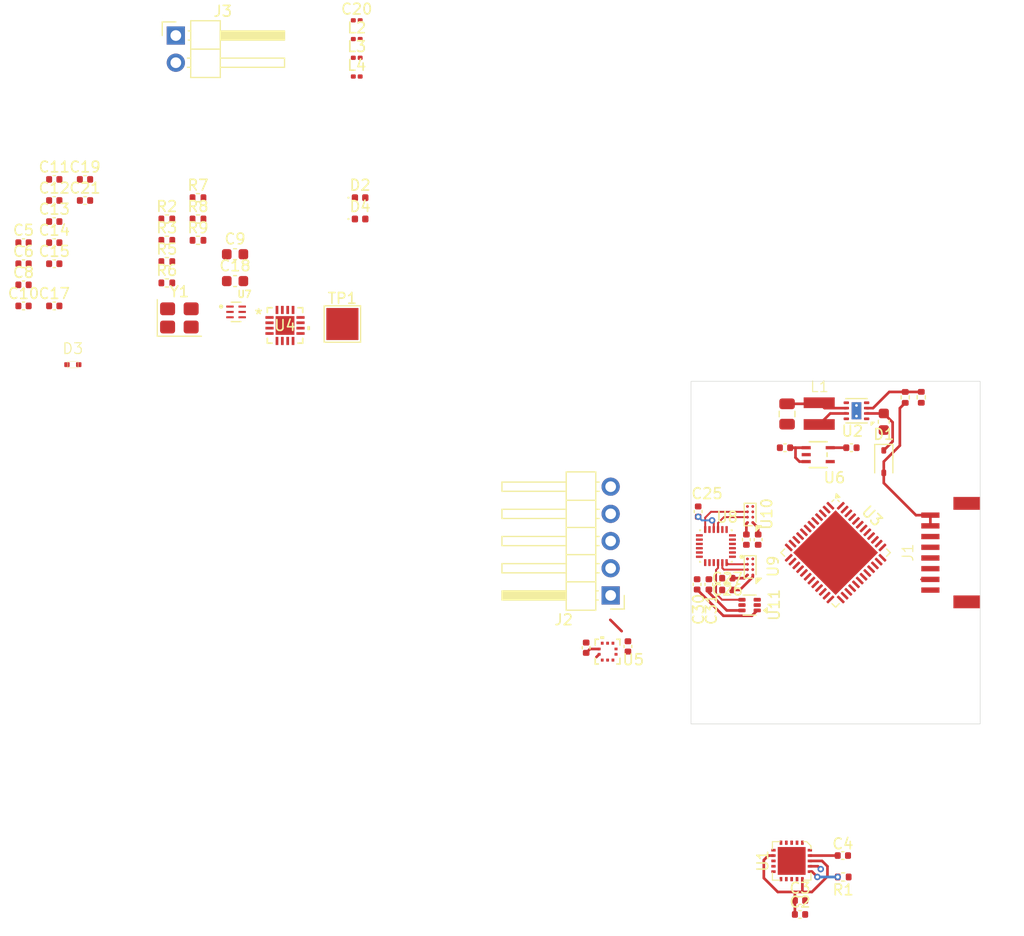
<source format=kicad_pcb>
(kicad_pcb (version 20241229) (generator "pcbnew") (generator_version "9.0")
  (title_block (title "Microdrone flight controller") (date "2025-09-14") (rev "v01") (comment 2 "creativecommons.org/licenses/by/4.0/") (comment 3 "License: CC BY 4.0") (comment 4 "Author: Emil Nordén"))
  (layers (0 "F.Cu" signal) (4 "In1.Cu" signal) (6 "In2.Cu" signal) (2 "B.Cu" signal) (13 "F.Paste" user) (15 "B.Paste" user) (5 "F.SilkS" user "F.Silkscreen") (7 "B.SilkS" user "B.Silkscreen") (1 "F.Mask" user) (3 "B.Mask" user) (25 "Edge.Cuts" user))
  (net 0 "")
  (net 1 "Net-(D1-K)")
  (net 2 "GND")
  (net 3 "+3.3V")
  (net 4 "Net-(U1-DVDD)")
  (net 5 "/NRF24_XC2")
  (net 6 "Net-(U3-VCAP1)")
  (net 7 "/NRF24_VDD_PA")
  (net 8 "/NRF24_XC1")
  (net 9 "/V_Monitor")
  (net 10 "Net-(C14-Pad1)")
  (net 11 "Net-(U4-TXRX)")
  (net 12 "Net-(U4-ANT)")
  (net 13 "+1V8")
  (net 14 "Net-(U8-REGOUT)")
  (net 15 "/BAT+")
  (net 16 "Net-(D2-A)")
  (net 17 "Net-(D3-A)")
  (net 18 "Net-(D4-A)")
  (net 19 "/ESC2")
  (net 20 "/ESC3")
  (net 21 "/ESC1")
  (net 22 "/ESC4")
  (net 23 "/SWDIO")
  (net 24 "/SWCLK")
  (net 25 "/NRST")
  (net 26 "Net-(U2-SW)")
  (net 27 "/NRF24_ANT1")
  (net 28 "/NRF24_ANT2")
  (net 29 "Net-(U1-IREF)")
  (net 30 "/ERROR_LED")
  (net 31 "/STATUS_LED")
  (net 32 "Net-(U3-BOOT0)")
  (net 33 "Net-(U4-TXEN)")
  (net 34 "/NRF24_CE")
  (net 35 "Net-(U4-RXEN)")
  (net 36 "Net-(U2-EN)")
  (net 37 "Net-(U7-OUT)")
  (net 38 "/SPI1_SCK")
  (net 39 "/SPI1_MISO")
  (net 40 "/NRF_IRQ")
  (net 41 "/SPI1_MOSI")
  (net 42 "/NRF24_CSN")
  (net 45 "/BMP390_CS")
  (net 48 "/ICM_INT_3V3")
  (net 52 "/ICM_CS_3V3")
  (net 56 "/BMP390_IRQ")
  (net 71 "/ICM_CS_1V8")
  (net 72 "/ICM_SCK")
  (net 74 "/ICM_MISO")
  (net 78 "/ICM_INT_1V8")
  (net 82 "/ICM_MOSI")
  (footprint "Capacitor_SMD:C_0603_1608Metric" (layer "F.Cu") (at 57.432152 90.635301)
    (property "Reference" "C18")
    (property "Value" "10nF")
  )
  (footprint "Crystal:Crystal_SMD_3225-4Pin_3.2x2.5mm" (layer "F.Cu") (at 52.232152 94.075301)
    (property "Reference" "Y1")
    (property "Value" "Crystal_GND24")
  )
  (footprint "Capacitor_SMD:C_0603_1608Metric" (layer "F.Cu") (at 57.432152 88.125301)
    (property "Reference" "C9")
    (property "Value" "4.7uF")
  )
  (footprint "Capacitor_SMD:C_0402_1005Metric" (layer "F.Cu") (at 40.552152 92.955301)
    (property "Reference" "C17")
    (property "Value" "1uF")
  )
  (footprint "Diode_SMD:D_SOD-323" (layer "F.Cu") (at 118 107.5 -90)
    (property "Reference" "D1")
    (property "Value" "D_Schottky" (hide yes))
  )
  (footprint "digikey-footprints:QFN-20-1EP_4x4mm_RevA" (layer "F.Cu") (at 109.4 144.8 -90)
    (property "Reference" "U1")
    (property "Value" "NRF24L01P-R7")
  )
  (footprint "Capacitor_SMD:C_0805_2012Metric" (layer "F.Cu") (at 108.97 103.05 -90)
    (property "Reference" "C7" (hide yes))
    (property "Value" "22uF")
  )
  (footprint "Connector_PinHeader_2.54mm:PinHeader_1x05_P2.54mm_Horizontal" (layer "F.Cu") (at 92.5 120 180)
    (property "Reference" "J2")
    (property "Value" "Conn_01x05")
  )
  (footprint "Resistor_SMD:R_0402_1005Metric" (layer "F.Cu") (at 120 101.5 90)
    (property "Reference" "R10" (hide yes))
    (property "Value" "100K")
  )
  (footprint "TestPoint:TestPoint_Pad_3.0x3.0mm" (layer "F.Cu") (at 67.452152 94.645301)
    (property "Reference" "TP1")
    (property "Value" "ANT PAD")
  )
  (footprint "Capacitor_SMD:C_0402_1005Metric" (layer "F.Cu") (at 37.682152 92.955301)
    (property "Reference" "C10")
    (property "Value" "2.2nF")
  )
  (footprint "Capacitor_SMD:C_0402_1005Metric" (layer "F.Cu") (at 43.422152 83.105301)
    (property "Reference" "C21")
    (property "Value" "0.1uF")
  )
  (footprint "Capacitor_SMD:C_0402_1005Metric" (layer "F.Cu") (at 90.2126 124.8826 -90)
    (property "Reference" "C16" (hide yes))
    (property "Value" "100nF")
  )
  (footprint "Resistor_SMD:R_0402_1005Metric" (layer "F.Cu") (at 51.062152 90.805301)
    (property "Reference" "R6")
    (property "Value" "20k")
  )
  (footprint "Capacitor_SMD:C_0603_1608Metric" (layer "F.Cu") (at 118 103.775 -90)
    (property "Reference" "C1" (hide yes))
    (property "Value" "10uF")
  )
  (footprint "fclib:JST_SH_ZX-SH1.0-8PWT" (layer "F.Cu") (at 124.25 116 90)
    (property "Reference" "J1")
    (property "Value" "Conn_01x08")
  )
  (footprint "Package_BGA:Texas_DSBGA-8_0.9x1.9mm_Layout2x4_P0.5mm" (layer "F.Cu") (at 105.520906 112.4375 180)
    (property "Reference" "U10")
    (property "Value" "SN74LVC2T45YZP")
  )
  (footprint "MountingHole:MountingHole_3.2mm_M3" (layer "F.Cu") (at 123.5 106)
    (property "Reference" "REF**" (hide yes))
    (property "Value" "MountingHole_3.2mm_M3" (hide yes))
  )
  (footprint "MountingHole:MountingHole_3.2mm_M3" (layer "F.Cu") (at 103.5 126)
    (property "Reference" "REF**" (hide yes))
    (property "Value" "MountingHole_3.2mm_M3" (hide yes))
  )
  (footprint "Package_SON:WSON-8-1EP_2x2mm_P0.5mm_EP0.9x1.6mm_ThermalVias" (layer "F.Cu") (at 115.45 102.75 180)
    (property "Reference" "U2")
    (property "Value" "TPS62162")
  )
  (footprint "Capacitor_SMD:C_0402_1005Metric" (layer "F.Cu") (at 110.18 148.5)
    (property "Reference" "C3")
    (property "Value" "1nF")
  )
  (footprint "Capacitor_SMD:C_0402_1005Metric" (layer "F.Cu") (at 100.570906 118.9675 -90)
    (property "Reference" "C30")
    (property "Value" "0.1uF")
  )
  (footprint "Capacitor_SMD:C_0402_1005Metric" (layer "F.Cu") (at 110.18 149.8)
    (property "Reference" "C2")
    (property "Value" "10nF")
  )
  (footprint "Inductor_SMD:L_0201_0603Metric" (layer "F.Cu") (at 68.792152 71.525301)
    (property "Reference" "L4")
    (property "Value" "2.7nH")
  )
  (footprint "Capacitor_SMD:C_0201_0603Metric" (layer "F.Cu") (at 68.792152 66.275301)
    (property "Reference" "C20")
    (property "Value" "0.3pF")
  )
  (footprint "Capacitor_SMD:C_0402_1005Metric" (layer "F.Cu") (at 37.682152 87.045301)
    (property "Reference" "C5")
    (property "Value" "1uF")
  )
  (footprint "Capacitor_SMD:C_0402_1005Metric" (layer "F.Cu") (at 37.682152 90.985301)
    (property "Reference" "C8")
    (property "Value" "22pF")
  )
  (footprint "Capacitor_SMD:C_0402_1005Metric" (layer "F.Cu") (at 106.270906 114.7875 90)
    (property "Reference" "C28" (hide yes))
    (property "Value" "0.1uF")
  )
  (footprint "Capacitor_SMD:C_0402_1005Metric" (layer "F.Cu") (at 101.670906 118.9675 -90)
    (property "Reference" "C31")
    (property "Value" "0.1uF")
  )
  (footprint "Capacitor_SMD:C_0402_1005Metric" (layer "F.Cu") (at 103.390906 118.3875)
    (property "Reference" "C27")
    (property "Value" "0.1uF")
  )
  (footprint "Resistor_SMD:R_0402_1005Metric" (layer "F.Cu") (at 53.972152 84.835301)
    (property "Reference" "R8")
    (property "Value" "1k")
  )
  (footprint "Resistor_SMD:R_0402_1005Metric" (layer "F.Cu") (at 53.972152 86.825301)
    (property "Reference" "R9")
    (property "Value" "1k")
  )
  (footprint "Capacitor_SMD:C_0402_1005Metric" (layer "F.Cu") (at 94.1126 124.7626 -90)
    (property "Reference" "C24" (hide yes))
    (property "Value" "100nF")
  )
  (footprint "BMP390:10LGA_2X2X0p75_BOS" (layer "F.Cu") (at 92.2126 125.25)
    (property "Reference" "U5")
    (property "Value" "BMP390")
  )
  (footprint "Package_TO_SOT_SMD:SOT-563" (layer "F.Cu") (at 105.470906 120.9 180)
    (property "Reference" "U11")
    (property "Value" "SN74LVC1T45DRL")
  )
  (footprint "2450LP14A0100001T:ICCAF50P160X80X70-6N" (layer "F.Cu") (at 57.527152 93.515301)
    (property "Reference" "U7")
    (property "Value" "2450LP14A0100001T")
  )
  (footprint "fclib:Diode_SMD_SOD-723" (layer "F.Cu") (at 42.287152 98.440301)
    (property "Reference" "D3")
    (property "Value" "D_Schottky")
  )
  (footprint "Resistor_SMD:R_0402_1005Metric" (layer "F.Cu") (at 51.062152 88.815301)
    (property "Reference" "R5")
    (property "Value" "10k")
  )
  (footprint "Capacitor_SMD:C_0402_1005Metric" (layer "F.Cu") (at 43.422152 81.135301)
    (property "Reference" "C19")
    (property "Value" "220pF")
  )
  (footprint "Inductor_SMD:L_0201_0603Metric" (layer "F.Cu") (at 68.792152 69.775301)
    (property "Reference" "L3")
    (property "Value" "3.9nH")
  )
  (footprint "Capacitor_SMD:C_0402_1005Metric" (layer "F.Cu") (at 114.18 144.3 180)
    (property "Reference" "C4")
    (property "Value" "33nF")
  )
  (footprint "Capacitor_SMD:C_0402_1005Metric" (layer "F.Cu") (at 100.670906 112.1675 90)
    (property "Reference" "C25")
    (property "Value" "0.1uF")
  )
  (footprint "Capacitor_SMD:C_0402_1005Metric" (layer "F.Cu") (at 105.170906 114.7875 90)
    (property "Reference" "C29" (hide yes))
    (property "Value" "0.1uF")
  )
  (footprint "Capacitor_SMD:C_0402_1005Metric" (layer "F.Cu") (at 114.98 106.200002 180)
    (property "Reference" "C23" (hide yes))
    (property "Value" "1uF")
  )
  (footprint "Capacitor_SMD:C_0402_1005Metric" (layer "F.Cu") (at 40.552152 87.045301)
    (property "Reference" "C14")
    (property "Value" "1.5pF")
  )
  (footprint "Capacitor_SMD:C_0402_1005Metric" (layer "F.Cu") (at 40.552152 83.105301)
    (property "Reference" "C12")
    (property "Value" "4.7pF")
  )
  (footprint "Package_DFN_QFN:QFN-48-1EP_7x7mm_P0.5mm_EP5.6x5.6mm" (layer "F.Cu") (at 113.5 116 -45)
    (property "Reference" "U3")
    (property "Value" "STM32F411CEUx")
  )
  (footprint "MountingHole:MountingHole_3.2mm_M3" (layer "F.Cu") (at 103.5 106)
    (property "Reference" "REF**" (hide yes))
    (property "Value" "MountingHole_3.2mm_M3" (hide yes))
  )
  (footprint "Capacitor_SMD:C_0402_1005Metric" (layer "F.Cu") (at 40.552152 89.015301)
    (property "Reference" "C15")
    (property "Value" "1.0pF")
  )
  (footprint "Resistor_SMD:R_0402_1005Metric" (layer "F.Cu") (at 121.5 101.49 -90)
    (property "Reference" "R11" (hide yes))
    (property "Value" "1M")
  )
  (footprint "Capacitor_SMD:C_0402_1005Metric" (layer "F.Cu") (at 40.552152 85.075301)
    (property "Reference" "C13")
    (property "Value" "0.1uF")
  )
  (footprint "LED_SMD:LED_0402_1005Metric" (layer "F.Cu") (at 69.107152 82.845301)
    (property "Reference" "D2")
    (property "Value" "LED")
  )
  (footprint "TLV70018:DCK5" (layer "F.Cu") (at 111.878849 106.850001)
    (property "Reference" "U6")
    (property "Value" "TLV70018DCKR")
  )
  (footprint "fclib:Inductor_Coilcraft_XFL3012-222MEC" (layer "F.Cu") (at 111.97 103.015 90)
    (property "Reference" "L1")
    (property "Value" "2.2uH")
  )
  (footprint "Capacitor_SMD:C_0402_1005Metric" (layer "F.Cu") (at 37.682152 89.015301)
    (property "Reference" "C6")
    (property "Value" "10nF")
  )
  (footprint "RFX2401C:RFX2401C_SKY" (layer "F.Cu") (at 62.096152 94.779301)
    (property "Reference" "U4")
    (property "Value" "RFX2401C")
  )
  (footprint "Inductor_SMD:L_0201_0603Metric" (layer "F.Cu") (at 68.792152 68.025301)
    (property "Reference" "L2")
    (property "Value" "8.2nH")
  )
  (footprint "Connector_PinHeader_2.54mm:PinHeader_1x02_P2.54mm_Horizontal" (layer "F.Cu") (at 51.902152 67.695301)
    (property "Reference" "J3")
    (property "Value" "Conn_01x02")
  )
  (footprint "Package_BGA:Texas_DSBGA-8_0.9x1.9mm_Layout2x4_P0.5mm" (layer "F.Cu") (at 105.520906 117.3375 180)
    (property "Reference" "U9")
    (property "Value" "SN74LVC2T45YZP")
  )
  (footprint "Resistor_SMD:R_0402_1005Metric" (layer "F.Cu") (at 51.062152 84.835301)
    (property "Reference" "R2")
    (property "Value" "270")
  )
  (footprint "Resistor_SMD:R_0402_1005Metric" (layer "F.Cu") (at 51.062152 86.825301)
    (property "Reference" "R3")
    (property "Value" "180")
  )
  (footprint "LED_SMD:LED_0402_1005Metric" (layer "F.Cu") (at 69.107152 84.835301)
    (property "Reference" "D4")
    (property "Value" "LED")
  )
  (footprint "Capacitor_SMD:C_0402_1005Metric" (layer "F.Cu") (at 108.777698 106.200002)
    (property "Reference" "C22" (hide yes))
    (property "Value" "1uF")
  )
  (footprint "Resistor_SMD:R_0402_1005Metric" (layer "F.Cu") (at 114.21 146.3)
    (property "Reference" "R1")
    (property "Value" "22k")
  )
  (footprint "ICM_20948:QFN40P300X300X105-24N" (layer "F.Cu") (at 102.325906 115.3875 180)
    (property "Reference" "U8")
    (property "Value" "ICM-20948")
  )
  (footprint "MountingHole:MountingHole_3.2mm_M3" (layer "F.Cu") (at 123.5 126)
    (property "Reference" "REF**" (hide yes))
    (property "Value" "MountingHole_3.2mm_M3" (hide yes))
  )
  (footprint "Capacitor_SMD:C_0402_1005Metric" (layer "F.Cu") (at 103.390906 119.4875)
    (property "Reference" "C26")
    (property "Value" "0.1uF")
  )
  (footprint "Resistor_SMD:R_0402_1005Metric" (layer "F.Cu") (at 53.972152 82.845301)
    (property "Reference" "R7")
    (property "Value" "10k")
  )
  (footprint "Capacitor_SMD:C_0402_1005Metric" (layer "F.Cu") (at 40.552152 81.135301)
    (property "Reference" "C11")
    (property "Value" "22pF")
  )
  (gr_rect (start 100 100) (end 127 132) (stroke (width 0.05)) (fill no) (layer "Edge.Cuts"))
  (segment (start 118.826 105.624) (end 118 106.45) (width 0.25) (layer "F.Cu") (net 1))
  (segment (start 118.826 103.826) (end 118.826 105.624) (width 0.25) (layer "F.Cu") (net 1))
  (segment (start 116.4 103) (end 118 103) (width 0.25) (layer "F.Cu") (net 1))
  (segment (start 118 103) (end 118.826 103.826) (width 0.25) (layer "F.Cu") (net 1))
  (segment (start 111.850454 145.3) (end 112.115136 145.564682) (width 0.25) (layer "F.Cu") (net 2))
  (segment (start 111.1 145.3) (end 111.850454 145.3) (width 0.25) (layer "F.Cu") (net 2))
  (via (at 112.115136 145.564682) (size 0.6) (drill 0.3) (layers "F.Cu" "B.Cu") (net 2))
  (segment (start 92.467601 122.279783) (end 93.525218 123.3374) (width 0.25) (layer "F.Cu") (net 3))
  (segment (start 105.770906 118.274883) (end 105.770906 118.0875) (width 0.25) (layer "F.Cu") (net 3))
  (segment (start 112.741136 146.244162) (end 111.285298 147.7) (width 0.25) (layer "F.Cu") (net 3))
  (segment (start 90.5752 125) (end 91.4252 125) (width 0.25) (layer "F.Cu") (net 3))
  (segment (start 109.7 148.5) (end 109.7 147.7) (width 0.25) (layer "F.Cu") (net 3))
  (segment (start 112.47 102.5) (end 111.97 102) (width 0.25) (layer "F.Cu") (net 3))
  (segment (start 109.757698 106.200002) (end 110.757698 106.200002) (width 0.25) (layer "F.Cu") (net 3))
  (segment (start 109.257698 106.200002) (end 109.757698 106.200002) (width 0.25) (layer "F.Cu") (net 3))
  (segment (start 106.270906 113.6875) (end 105.770906 113.1875) (width 0.25) (layer "F.Cu") (net 3))
  (segment (start 107.223 144.3) (end 107.7 144.3) (width 0.25) (layer "F.Cu") (net 3))
  (segment (start 112.741136 145.305384) (end 112.741136 146.244162) (width 0.25) (layer "F.Cu") (net 3))
  (segment (start 109.7 147.7) (end 108.1 147.7) (width 0.25) (layer "F.Cu") (net 3))
  (segment (start 106.270906 114.3075) (end 106.270906 113.6875) (width 0.25) (layer "F.Cu") (net 3))
  (segment (start 112.235752 144.8) (end 112.741136 145.305384) (width 0.25) (layer "F.Cu") (net 3))
  (segment (start 110.4 147.7) (end 109.7 147.7) (width 0.25) (layer "F.Cu") (net 3))
  (segment (start 104.558289 119.4875) (end 105.770906 118.274883) (width 0.25) (layer "F.Cu") (net 3))
  (segment (start 111.285298 147.7) (end 110.4 147.7) (width 0.25) (layer "F.Cu") (net 3))
  (segment (start 109.757698 107.12705) (end 109.757698 106.200002) (width 0.25) (layer "F.Cu") (net 3))
  (segment (start 111.1 144.8) (end 112.235752 144.8) (width 0.25) (layer "F.Cu") (net 3))
  (segment (start 106.8 144.723) (end 107.223 144.3) (width 0.25) (layer "F.Cu") (net 3))
  (segment (start 111.87 102.1) (end 111.97 102) (width 0.3) (layer "F.Cu") (net 3))
  (segment (start 110.757698 107.5) (end 110.130648 107.5) (width 0.25) (layer "F.Cu") (net 3))
  (segment (start 108.1 147.7) (end 106.8 146.4) (width 0.25) (layer "F.Cu") (net 3))
  (segment (start 103.870906 119.4875) (end 104.558289 119.4875) (width 0.25) (layer "F.Cu") (net 3))
  (segment (start 105.682406 121.901) (end 103.024406 121.901) (width 0.25) (layer "F.Cu") (net 3))
  (segment (start 90.2126 125.3626) (end 90.5752 125) (width 0.25) (layer "F.Cu") (net 3))
  (segment (start 106.183406 121.4) (end 105.682406 121.901) (width 0.25) (layer "F.Cu") (net 3))
  (segment (start 109.7 149.8) (end 109.7 148.5) (width 0.25) (layer "F.Cu") (net 3))
  (segment (start 114.5 102.5) (end 112.47 102.5) (width 0.25) (layer "F.Cu") (net 3))
  (segment (start 106.8 146.4) (end 106.8 144.723) (width 0.25) (layer "F.Cu") (net 3))
  (segment (start 110.4 146.5) (end 110.4 147.7) (width 0.25) (layer "F.Cu") (net 3))
  (segment (start 110.130648 107.5) (end 109.757698 107.12705) (width 0.25) (layer "F.Cu") (net 3))
  (segment (start 108.97 102.1) (end 111.87 102.1) (width 0.25) (layer "F.Cu") (net 3))
  (segment (start 103.024406 121.901) (end 100.570906 119.4475) (width 0.25) (layer "F.Cu") (net 3))
  (segment (start 111.1 144.3) (end 113.7 144.3) (width 0.25) (layer "F.Cu") (net 4))
  (segment (start 101.670906 119.727499) (end 101.670906 119.4475) (width 0.25) (layer "F.Cu") (net 13))
  (segment (start 103.343407 121.4) (end 101.670906 119.727499) (width 0.25) (layer "F.Cu") (net 13))
  (segment (start 103.870906 118.3875) (end 104.970906 118.3875) (width 0.25) (layer "F.Cu") (net 13))
  (segment (start 113 106.200002) (end 114.5 106.200002) (width 0.25) (layer "F.Cu") (net 13))
  (segment (start 104.970906 118.3875) (end 105.270906 118.0875) (width 0.25) (layer "F.Cu") (net 13))
  (segment (start 105.170906 113.2875) (end 105.270906 113.1875) (width 0.25) (layer "F.Cu") (net 13))
  (segment (start 104.758406 121.4) (end 103.343407 121.4) (width 0.25) (layer "F.Cu") (net 13))
  (segment (start 105.170906 114.3075) (end 105.170906 113.2875) (width 0.25) (layer "F.Cu") (net 13))
  (segment (start 102.125906 113.8425) (end 102.125906 113.1425) (width 0.18) (layer "F.Cu") (net 14))
  (segment (start 102.125906 113.1425) (end 101.970906 112.9875) (width 0.18) (layer "F.Cu") (net 14))
  (via (at 101.970906 112.9875) (size 0.6) (drill 0.3) (layers "F.Cu" "B.Cu") (net 14))
  (via (at 100.670906 112.6475) (size 0.6) (drill 0.3) (layers "F.Cu" "B.Cu") (net 14))
  (segment (start 101.010906 112.9875) (end 100.670906 112.6475) (width 0.18) (layer "B.Cu") (net 14))
  (segment (start 101.970906 112.9875) (end 101.010906 112.9875) (width 0.18) (layer "B.Cu") (net 14))
  (segment (start 118 107.5) (end 118 108.55) (width 0.25) (layer "F.Cu") (net 15))
  (segment (start 119.5 106) (end 118 107.5) (width 0.25) (layer "F.Cu") (net 15))
  (segment (start 118 108.55) (end 118 109.5) (width 0.25) (layer "F.Cu") (net 15))
  (segment (start 122.35 112.5) (end 122.35 113.5) (width 0.25) (layer "F.Cu") (net 15))
  (segment (start 121 112.5) (end 122.35 112.5) (width 0.25) (layer "F.Cu") (net 15))
  (segment (start 118 109.5) (end 121 112.5) (width 0.25) (layer "F.Cu") (net 15))
  (segment (start 119.5 102.51) (end 119.5 106) (width 0.25) (layer "F.Cu") (net 15))
  (segment (start 120 102.01) (end 119.5 102.51) (width 0.25) (layer "F.Cu") (net 15))
  (segment (start 122.35 117.5) (end 121.75 117.5) (width 0.2) (layer "F.Cu") (net 19))
  (segment (start 122.35 118.5) (end 121.5 118.5) (width 0.2) (layer "F.Cu") (net 20))
  (segment (start 122.35 116.5) (end 121.75 116.5) (width 0.2) (layer "F.Cu") (net 21))
  (segment (start 122.35 119.5) (end 121.75 119.5) (width 0.2) (layer "F.Cu") (net 22))
  (segment (start 113 103) (end 111.97 104.03) (width 0.25) (layer "F.Cu") (net 26))
  (segment (start 114.5 103) (end 113 103) (width 0.25) (layer "F.Cu") (net 26))
  (segment (start 111.1 145.8) (end 111.3 145.8) (width 0.25) (layer "F.Cu") (net 29))
  (segment (start 111.3 145.8) (end 111.8 146.3) (width 0.25) (layer "F.Cu") (net 29))
  (via (at 111.8 146.3) (size 0.6) (drill 0.3) (layers "F.Cu" "B.Cu") (net 29))
  (via (at 113.7 146.3) (size 0.6) (drill 0.3) (layers "F.Cu" "B.Cu") (net 29))
  (segment (start 111.8 146.3) (end 113.7 146.3) (width 0.25) (layer "B.Cu") (net 29))
  (segment (start 116.4 102.5) (end 117 102.5) (width 0.25) (layer "F.Cu") (net 36))
  (segment (start 118.51 100.99) (end 120 100.99) (width 0.25) (layer "F.Cu") (net 36))
  (segment (start 117 102.5) (end 118.51 100.99) (width 0.25) (layer "F.Cu") (net 36))
  (segment (start 120 100.99) (end 121.49 100.99) (width 0.25) (layer "F.Cu") (net 36))
  (segment (start 121.49 100.99) (end 121.5 100.98) (width 0.3) (layer "F.Cu") (net 36))
  (segment (start 91.4252 125.5) (end 91.1676 125.7576) (width 0.25) (layer "F.Cu") (net 38))
  (segment (start 104.758406 120.4) (end 102.9 120.4) (width 0.18) (layer "F.Cu") (net 71))
  (segment (start 102.525906 116.9325) (end 102.525906 117.4325) (width 0.18) (layer "F.Cu") (net 71))
  (segment (start 102.9 120.4) (end 102.339906 119.839906) (width 0.18) (layer "F.Cu") (net 71))
  (segment (start 102.339906 117.6185) (end 102.339906 119.839906) (width 0.18) (layer "F.Cu") (net 71))
  (segment (start 102.525906 117.4325) (end 102.339906 117.6185) (width 0.18) (layer "F.Cu") (net 71))
  (segment (start 103.070906 117.5875) (end 102.925906 117.4425) (width 0.18) (layer "F.Cu") (net 72))
  (segment (start 102.925906 117.4425) (end 102.925906 116.9325) (width 0.18) (layer "F.Cu") (net 72))
  (segment (start 105.270906 117.5875) (end 103.070906 117.5875) (width 0.18) (layer "F.Cu") (net 72))
  (segment (start 102.525906 113.8425) (end 102.525906 113.2325) (width 0.18) (layer "F.Cu") (net 74))
  (segment (start 102.525906 113.2325) (end 103.070906 112.6875) (width 0.18) (layer "F.Cu") (net 74))
  (segment (start 103.070906 112.6875) (end 105.270906 112.6875) (width 0.18) (layer "F.Cu") (net 74))
  (segment (start 101.325906 113.8425) (end 101.325906 112.7325) (width 0.18) (layer "F.Cu") (net 78))
  (segment (start 101.325906 112.7325) (end 101.870906 112.1875) (width 0.18) (layer "F.Cu") (net 78))
  (segment (start 101.870906 112.1875) (end 105.270906 112.1875) (width 0.18) (layer "F.Cu") (net 78))
  (segment (start 103.480906 117.0875) (end 105.270906 117.0875) (width 0.18) (layer "F.Cu") (net 82))
  (segment (start 103.325906 116.9325) (end 103.480906 117.0875) (width 0.18) (layer "F.Cu") (net 82))
)
</source>
